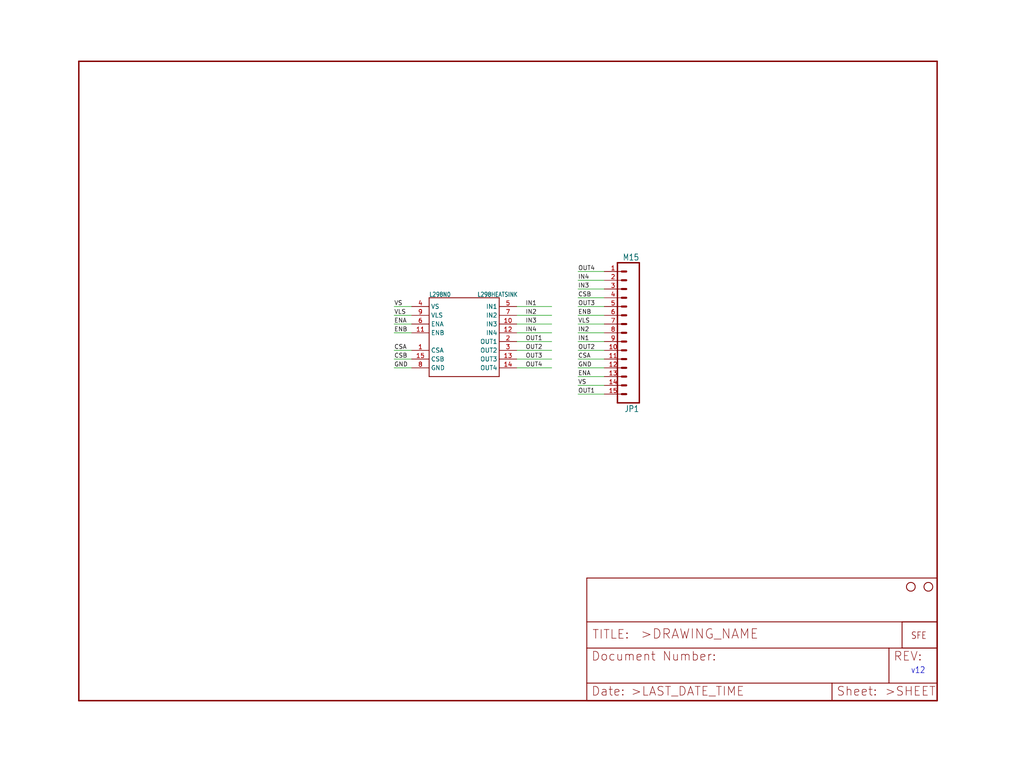
<source format=kicad_sch>
(kicad_sch (version 20211123) (generator eeschema)
  (paper "User" 297.002 223.926)
  (lib_symbols
    (symbol "schematicEagle-eagle-import:FRAME-LETTER"
      (symbol "FRAME-LETTER_1_0"
        (polyline (pts (xy 0 0) (xy 248.92 0)) (stroke (width 0.4064)))
        (polyline (pts (xy 0 185.42) (xy 0 0)) (stroke (width 0.4064)))
        (polyline (pts (xy 0 185.42) (xy 248.92 185.42)) (stroke (width 0.4064)))
        (polyline (pts (xy 248.92 185.42) (xy 248.92 0)) (stroke (width 0.4064)))
      )
      (symbol "FRAME-LETTER_2_0"
        (polyline (pts (xy 0 0) (xy 0 5.08)) (stroke (width 0.254)))
        (polyline (pts (xy 0 0) (xy 71.12 0)) (stroke (width 0.254)))
        (polyline (pts (xy 0 5.08) (xy 0 15.24)) (stroke (width 0.254)))
        (polyline (pts (xy 0 5.08) (xy 71.12 5.08)) (stroke (width 0.254)))
        (polyline (pts (xy 0 15.24) (xy 0 22.86)) (stroke (width 0.254)))
        (polyline (pts (xy 0 22.86) (xy 0 35.56)) (stroke (width 0.254)))
        (polyline (pts (xy 0 22.86) (xy 101.6 22.86)) (stroke (width 0.254)))
        (polyline (pts (xy 71.12 0) (xy 101.6 0)) (stroke (width 0.254)))
        (polyline (pts (xy 71.12 5.08) (xy 71.12 0)) (stroke (width 0.254)))
        (polyline (pts (xy 71.12 5.08) (xy 87.63 5.08)) (stroke (width 0.254)))
        (polyline (pts (xy 87.63 5.08) (xy 101.6 5.08)) (stroke (width 0.254)))
        (polyline (pts (xy 87.63 15.24) (xy 0 15.24)) (stroke (width 0.254)))
        (polyline (pts (xy 87.63 15.24) (xy 87.63 5.08)) (stroke (width 0.254)))
        (polyline (pts (xy 101.6 5.08) (xy 101.6 0)) (stroke (width 0.254)))
        (polyline (pts (xy 101.6 15.24) (xy 87.63 15.24)) (stroke (width 0.254)))
        (polyline (pts (xy 101.6 15.24) (xy 101.6 5.08)) (stroke (width 0.254)))
        (polyline (pts (xy 101.6 22.86) (xy 101.6 15.24)) (stroke (width 0.254)))
        (polyline (pts (xy 101.6 35.56) (xy 0 35.56)) (stroke (width 0.254)))
        (polyline (pts (xy 101.6 35.56) (xy 101.6 22.86)) (stroke (width 0.254)))
        (text ">DRAWING_NAME" (at 15.494 17.78 0) (effects (font (size 2.7432 2.7432)) (justify left bottom)))
        (text ">LAST_DATE_TIME" (at 12.7 1.27 0) (effects (font (size 2.54 2.54)) (justify left bottom)))
        (text ">SHEET" (at 86.36 1.27 0) (effects (font (size 2.54 2.54)) (justify left bottom)))
        (text "Date:" (at 1.27 1.27 0) (effects (font (size 2.54 2.54)) (justify left bottom)))
        (text "Document Number:" (at 1.27 11.43 0) (effects (font (size 2.54 2.54)) (justify left bottom)))
        (text "REV:" (at 88.9 11.43 0) (effects (font (size 2.54 2.54)) (justify left bottom)))
        (text "Sheet:" (at 72.39 1.27 0) (effects (font (size 2.54 2.54)) (justify left bottom)))
        (text "TITLE:" (at 1.524 17.78 0) (effects (font (size 2.54 2.54)) (justify left bottom)))
      )
    )
    (symbol "schematicEagle-eagle-import:L298HEATSINK"
      (property "Reference" "U" (at -10.16 10.414 0))
      (property "Value" "L298HEATSINK" (at 3.81 10.414 0))
      (symbol "L298HEATSINK_1_0"
        (polyline (pts (xy -10.16 -12.7) (xy -10.16 10.16)) (stroke (width 0.254)))
        (polyline (pts (xy -10.16 10.16) (xy 10.16 10.16)) (stroke (width 0.254)))
        (polyline (pts (xy 10.16 -12.7) (xy -10.16 -12.7)) (stroke (width 0.254)))
        (polyline (pts (xy 10.16 10.16) (xy 10.16 -12.7)) (stroke (width 0.254)))
        (pin bidirectional line (at -15.24 -5.08 0) (length 5.08) (name "CSA") (number "1"))
        (pin bidirectional line (at 15.24 2.54 180) (length 5.08) (name "IN3") (number "10"))
        (pin bidirectional line (at -15.24 0 0) (length 5.08) (name "ENB") (number "11"))
        (pin bidirectional line (at 15.24 0 180) (length 5.08) (name "IN4") (number "12"))
        (pin bidirectional line (at 15.24 -7.62 180) (length 5.08) (name "OUT3") (number "13"))
        (pin bidirectional line (at 15.24 -10.16 180) (length 5.08) (name "OUT4") (number "14"))
        (pin bidirectional line (at -15.24 -7.62 0) (length 5.08) (name "CSB") (number "15"))
        (pin bidirectional line (at 15.24 -2.54 180) (length 5.08) (name "OUT1") (number "2"))
        (pin bidirectional line (at 15.24 -5.08 180) (length 5.08) (name "OUT2") (number "3"))
        (pin bidirectional line (at -15.24 7.62 0) (length 5.08) (name "VS") (number "4"))
        (pin bidirectional line (at 15.24 7.62 180) (length 5.08) (name "IN1") (number "5"))
        (pin bidirectional line (at -15.24 2.54 0) (length 5.08) (name "ENA") (number "6"))
        (pin bidirectional line (at 15.24 5.08 180) (length 5.08) (name "IN2") (number "7"))
        (pin bidirectional line (at -15.24 -10.16 0) (length 5.08) (name "GND") (number "8"))
        (pin bidirectional line (at -15.24 5.08 0) (length 5.08) (name "VLS") (number "9"))
      )
    )
    (symbol "schematicEagle-eagle-import:LOGO-SFENEW"
      (symbol "LOGO-SFENEW_1_0"
        (polyline (pts (xy -2.54 -2.54) (xy 7.62 -2.54)) (stroke (width 0.254)))
        (polyline (pts (xy -2.54 5.08) (xy -2.54 -2.54)) (stroke (width 0.254)))
        (polyline (pts (xy 7.62 -2.54) (xy 7.62 5.08)) (stroke (width 0.254)))
        (polyline (pts (xy 7.62 5.08) (xy -2.54 5.08)) (stroke (width 0.254)))
        (text "SFE" (at 0 0 0) (effects (font (size 1.9304 1.6408)) (justify left bottom)))
      )
    )
    (symbol "schematicEagle-eagle-import:M15"
      (property "Reference" "JP" (at 0 21.082 0))
      (property "Value" "M15" (at 0 -22.86 0))
      (symbol "M15_1_0"
        (polyline (pts (xy 0 20.32) (xy 0 -20.32)) (stroke (width 0.4064)))
        (polyline (pts (xy 0 20.32) (xy 6.35 20.32)) (stroke (width 0.4064)))
        (polyline (pts (xy 3.81 -17.78) (xy 5.08 -17.78)) (stroke (width 0.6096)))
        (polyline (pts (xy 3.81 -15.24) (xy 5.08 -15.24)) (stroke (width 0.6096)))
        (polyline (pts (xy 3.81 -12.7) (xy 5.08 -12.7)) (stroke (width 0.6096)))
        (polyline (pts (xy 3.81 -10.16) (xy 5.08 -10.16)) (stroke (width 0.6096)))
        (polyline (pts (xy 3.81 -7.62) (xy 5.08 -7.62)) (stroke (width 0.6096)))
        (polyline (pts (xy 3.81 -5.08) (xy 5.08 -5.08)) (stroke (width 0.6096)))
        (polyline (pts (xy 3.81 -2.54) (xy 5.08 -2.54)) (stroke (width 0.6096)))
        (polyline (pts (xy 3.81 0) (xy 5.08 0)) (stroke (width 0.6096)))
        (polyline (pts (xy 3.81 2.54) (xy 5.08 2.54)) (stroke (width 0.6096)))
        (polyline (pts (xy 3.81 5.08) (xy 5.08 5.08)) (stroke (width 0.6096)))
        (polyline (pts (xy 3.81 7.62) (xy 5.08 7.62)) (stroke (width 0.6096)))
        (polyline (pts (xy 3.81 10.16) (xy 5.08 10.16)) (stroke (width 0.6096)))
        (polyline (pts (xy 3.81 12.7) (xy 5.08 12.7)) (stroke (width 0.6096)))
        (polyline (pts (xy 3.81 15.24) (xy 5.08 15.24)) (stroke (width 0.6096)))
        (polyline (pts (xy 3.81 17.78) (xy 5.08 17.78)) (stroke (width 0.6096)))
        (polyline (pts (xy 6.35 -20.32) (xy 0 -20.32)) (stroke (width 0.4064)))
        (polyline (pts (xy 6.35 -20.32) (xy 6.35 20.32)) (stroke (width 0.4064)))
        (pin passive line (at 10.16 -17.78 180) (length 5.08) (name "1") (number "1"))
        (pin passive line (at 10.16 5.08 180) (length 5.08) (name "10") (number "10"))
        (pin passive line (at 10.16 7.62 180) (length 5.08) (name "11") (number "11"))
        (pin passive line (at 10.16 10.16 180) (length 5.08) (name "12") (number "12"))
        (pin passive line (at 10.16 12.7 180) (length 5.08) (name "13") (number "13"))
        (pin passive line (at 10.16 15.24 180) (length 5.08) (name "14") (number "14"))
        (pin passive line (at 10.16 17.78 180) (length 5.08) (name "15") (number "15"))
        (pin passive line (at 10.16 -15.24 180) (length 5.08) (name "2") (number "2"))
        (pin passive line (at 10.16 -12.7 180) (length 5.08) (name "3") (number "3"))
        (pin passive line (at 10.16 -10.16 180) (length 5.08) (name "4") (number "4"))
        (pin passive line (at 10.16 -7.62 180) (length 5.08) (name "5") (number "5"))
        (pin passive line (at 10.16 -5.08 180) (length 5.08) (name "6") (number "6"))
        (pin passive line (at 10.16 -2.54 180) (length 5.08) (name "7") (number "7"))
        (pin passive line (at 10.16 0 180) (length 5.08) (name "8") (number "8"))
        (pin passive line (at 10.16 2.54 180) (length 5.08) (name "9") (number "9"))
      )
    )
    (symbol "schematicEagle-eagle-import:STAND-OFF"
      (symbol "STAND-OFF_1_0"
        (circle (center 0 0) (radius 1.27) (stroke (width 0.254)))
      )
    )
  )
  (wire (pts (xy 175.26 99.06) (xy 167.64 99.06)))
  (wire (pts (xy 119.38 106.68) (xy 114.3 106.68)))
  (wire (pts (xy 149.86 101.6) (xy 160.02 101.6)))
  (wire (pts (xy 175.26 111.76) (xy 167.64 111.76)))
  (wire (pts (xy 119.38 88.9) (xy 114.3 88.9)))
  (wire (pts (xy 149.86 93.98) (xy 160.02 93.98)))
  (wire (pts (xy 175.26 106.68) (xy 167.64 106.68)))
  (wire (pts (xy 119.38 93.98) (xy 114.3 93.98)))
  (wire (pts (xy 149.86 104.14) (xy 160.02 104.14)))
  (wire (pts (xy 175.26 114.3) (xy 167.64 114.3)))
  (wire (pts (xy 175.26 104.14) (xy 167.64 104.14)))
  (wire (pts (xy 149.86 88.9) (xy 160.02 88.9)))
  (wire (pts (xy 119.38 104.14) (xy 114.3 104.14)))
  (wire (pts (xy 175.26 86.36) (xy 167.64 86.36)))
  (wire (pts (xy 149.86 99.06) (xy 160.02 99.06)))
  (wire (pts (xy 149.86 96.52) (xy 160.02 96.52)))
  (wire (pts (xy 119.38 91.44) (xy 114.3 91.44)))
  (wire (pts (xy 175.26 101.6) (xy 167.64 101.6)))
  (wire (pts (xy 119.38 96.52) (xy 114.3 96.52)))
  (wire (pts (xy 175.26 83.82) (xy 167.64 83.82)))
  (wire (pts (xy 149.86 106.68) (xy 160.02 106.68)))
  (wire (pts (xy 175.26 93.98) (xy 167.64 93.98)))
  (wire (pts (xy 175.26 78.74) (xy 167.64 78.74)))
  (wire (pts (xy 175.26 91.44) (xy 167.64 91.44)))
  (wire (pts (xy 175.26 96.52) (xy 167.64 96.52)))
  (wire (pts (xy 149.86 91.44) (xy 160.02 91.44)))
  (wire (pts (xy 119.38 101.6) (xy 114.3 101.6)))
  (wire (pts (xy 175.26 88.9) (xy 167.64 88.9)))
  (wire (pts (xy 175.26 81.28) (xy 167.64 81.28)))
  (wire (pts (xy 175.26 109.22) (xy 167.64 109.22)))
  (text "v12" (at 264.16 195.58 180) (effects (font (size 1.778 1.5113)) (justify left bottom)))
  (label "VLS" (at 167.64 93.98 0) (effects (font (size 1.2446 1.2446))))
  (label "OUT1" (at 152.4 99.06 0) (effects (font (size 1.2446 1.2446))))
  (label "OUT2" (at 167.64 101.6 0) (effects (font (size 1.2446 1.2446))))
  (label "OUT4" (at 167.64 78.74 0) (effects (font (size 1.2446 1.2446))))
  (label "ENB" (at 167.64 91.44 0) (effects (font (size 1.2446 1.2446))))
  (label "OUT4" (at 152.4 106.68 0) (effects (font (size 1.2446 1.2446))))
  (label "OUT3" (at 167.64 88.9 0) (effects (font (size 1.2446 1.2446))))
  (label "IN2" (at 167.64 96.52 0) (effects (font (size 1.2446 1.2446))))
  (label "GND" (at 114.3 106.68 0) (effects (font (size 1.2446 1.2446))))
  (label "IN3" (at 152.4 93.98 0) (effects (font (size 1.2446 1.2446))))
  (label "IN1" (at 167.64 99.06 0) (effects (font (size 1.2446 1.2446))))
  (label "OUT3" (at 152.4 104.14 0) (effects (font (size 1.2446 1.2446))))
  (label "GND" (at 167.64 106.68 0) (effects (font (size 1.2446 1.2446))))
  (label "ENB" (at 114.3 96.52 0) (effects (font (size 1.2446 1.2446))))
  (label "IN4" (at 152.4 96.52 0) (effects (font (size 1.2446 1.2446))))
  (label "VLS" (at 114.3 91.44 0) (effects (font (size 1.2446 1.2446))))
  (label "VS" (at 167.64 111.76 0) (effects (font (size 1.2446 1.2446))))
  (label "VS" (at 114.3 88.9 0) (effects (font (size 1.2446 1.2446))))
  (label "ENA" (at 114.3 93.98 0) (effects (font (size 1.2446 1.2446))))
  (label "IN2" (at 152.4 91.44 0) (effects (font (size 1.2446 1.2446))))
  (label "IN1" (at 152.4 88.9 0) (effects (font (size 1.2446 1.2446))))
  (label "IN4" (at 167.64 81.28 0) (effects (font (size 1.2446 1.2446))))
  (label "OUT2" (at 152.4 101.6 0) (effects (font (size 1.2446 1.2446))))
  (label "CSA" (at 167.64 104.14 0) (effects (font (size 1.2446 1.2446))))
  (label "OUT1" (at 167.64 114.3 0) (effects (font (size 1.2446 1.2446))))
  (label "CSB" (at 167.64 86.36 0) (effects (font (size 1.2446 1.2446))))
  (label "CSB" (at 114.3 104.14 0) (effects (font (size 1.2446 1.2446))))
  (label "ENA" (at 167.64 109.22 0) (effects (font (size 1.2446 1.2446))))
  (label "CSA" (at 114.3 101.6 0) (effects (font (size 1.2446 1.2446))))
  (label "IN3" (at 167.64 83.82 0) (effects (font (size 1.2446 1.2446))))
  (symbol (lib_id "schematicEagle-eagle-import:FRAME-LETTER") (at 170.18 203.2 0) (unit 2)
    (property "Reference" "#FRAME1" (effects hide))
    (property "Value" "FRAME-LETTER" (effects hide))
    (property "Footprint" "schematicEagle:" (effects hide))
  )
  (symbol (lib_id "schematicEagle-eagle-import:LOGO-SFENEW") (at 264.16 185.42 0) (unit 1)
    (property "Reference" "JP4" (effects hide))
    (property "Value" "LOGO-SFENEW" (effects hide))
    (property "Footprint" "schematicEagle:SFE-NEW-WEBLOGO" (effects hide))
  )
  (symbol (lib_id "schematicEagle-eagle-import:STAND-OFF") (at 264.16 170.18 0) (unit 1)
    (property "Reference" "JP3" (effects hide))
    (property "Value" "STAND-OFF" (effects hide))
    (property "Footprint" "schematicEagle:STAND-OFF" (effects hide))
  )
  (symbol (lib_id "schematicEagle-eagle-import:FRAME-LETTER") (at 22.86 203.2 0) (unit 1)
    (property "Reference" "#FRAME1" (effects hide))
    (property "Value" "FRAME-LETTER" (effects hide))
    (property "Footprint" "schematicEagle:" (effects hide))
  )
  (symbol (lib_id "schematicEagle-eagle-import:M15") (at 185.42 96.52 180) (unit 1)
    (property "Reference" "JP1" (at 185.42 117.602 0) (effects (font (size 1.778 1.5113)) (justify left bottom)))
    (property "Value" "M15" (at 185.42 73.66 0) (effects (font (size 1.778 1.5113)) (justify left bottom)))
    (property "Footprint" "schematicEagle:1X15" (effects hide))
  )
  (symbol (lib_id "schematicEagle-eagle-import:L298HEATSINK") (at 134.62 96.52 0) (unit 1)
    (property "Reference" "L298N0" (at 124.46 86.106 0) (effects (font (size 1.27 1.0795)) (justify left bottom)))
    (property "Value" "L298HEATSINK" (at 138.43 86.106 0) (effects (font (size 1.27 1.0795)) (justify left bottom)))
    (property "Footprint" "schematicEagle:MULTIWATT15_6400BGHEATSINK" (effects hide))
  )
  (symbol (lib_id "schematicEagle-eagle-import:STAND-OFF") (at 269.24 170.18 0) (unit 1)
    (property "Reference" "JP2" (effects hide))
    (property "Value" "STAND-OFF" (effects hide))
    (property "Footprint" "schematicEagle:STAND-OFF" (effects hide))
  )
)
</source>
